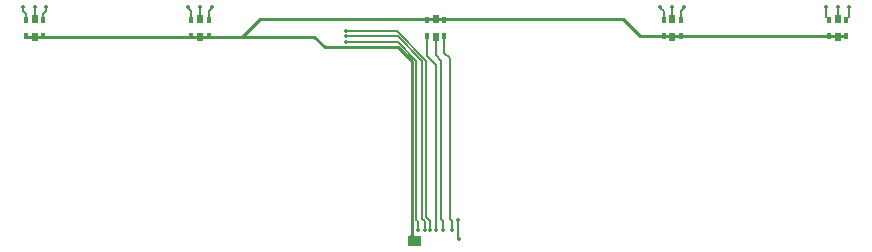
<source format=gtl>
%FSTAX23Y23*%
%MOIN*%
%SFA1B1*%

%IPPOS*%
%ADD11C,0.010000*%
%ADD12R,0.019680X0.027560*%
%ADD13R,0.015750X0.021650*%
%ADD17C,0.006000*%
%ADD18C,0.014000*%
%LNgel_flex-1*%
%LPD*%
G36*
X00022Y00481D02*
X00022Y00479D01*
X00048*
X00047Y00446*
X00007*
X00005Y00448*
Y00479*
X00012*
X00012Y00482*
X00022*
Y00481*
G37*
G54D11*
X-01268Y01142D02*
X-00717D01*
X-00548D02*
X-00307D01*
X-00273Y01109D02*
X-0003D01*
X-00307Y01142D02*
X-00273Y01109D01*
X-00688Y01142D02*
X-0066D01*
X-00548*
X-00717D02*
X-00688D01*
X-00548D02*
X-00489Y01201D01*
X00069D02*
X00098D01*
X00126*
X-00489D02*
X00069D01*
X00126D02*
X00722D01*
X00857Y01145D02*
X00885D01*
X00914*
X01408*
X00778D02*
X00857D01*
X00722Y01201D02*
X00778Y01145D01*
X01408D02*
X01437D01*
X01465*
X-0003Y01109D02*
X00017Y01061D01*
Y0047D02*
Y01061D01*
G54D12*
X-0124Y01142D03*
Y01201D03*
X-00688Y01142D03*
Y01201D03*
X00098D03*
Y01142D03*
X00885D03*
Y01201D03*
X01437Y01142D03*
Y01201D03*
G54D13*
X-01211Y01145D03*
Y01198D03*
X-01268Y01145D03*
Y01198D03*
X-0066Y01145D03*
Y01198D03*
X-00717Y01145D03*
Y01198D03*
X00069D03*
Y01145D03*
X00126Y01198D03*
Y01145D03*
X00914D03*
Y01198D03*
X00857Y01145D03*
Y01198D03*
X01465Y01145D03*
Y01198D03*
X01408Y01145D03*
Y01198D03*
G54D17*
X00069Y01079D02*
Y01145D01*
Y01079D02*
X00099Y01049D01*
Y005D02*
Y01049D01*
X00098Y01081D02*
X00115Y01064D01*
X00098Y01081D02*
Y01142D01*
X00115Y00537D02*
Y01064D01*
X00126Y01089D02*
X00144Y01071D01*
X00126Y01089D02*
Y01145D01*
X-0066Y01198D02*
Y01228D01*
X-0065Y01238*
Y01241*
X-00727Y01239D02*
X-00717Y01228D01*
Y01198D02*
Y01228D01*
X-00727Y01239D02*
Y01241D01*
X01475Y01209D02*
Y01241D01*
X01398Y01209D02*
Y01241D01*
X01437Y01209D02*
Y01241D01*
X00885Y01201D02*
Y01241D01*
Y01201D02*
D01*
X00857Y01198D02*
Y01228D01*
X00846Y01239D02*
X00857Y01228D01*
X00846Y01239D02*
Y01241D01*
X00914Y01228D02*
X00924Y01239D01*
X00914Y01198D02*
Y01228D01*
X00924Y01239D02*
Y01241D01*
X-01211Y01198D02*
Y01219D01*
X-01201Y01229D02*
Y01241D01*
X-01211Y01219D02*
X-01201Y01229D01*
X-01268Y01198D02*
Y01219D01*
X-01279Y01229D02*
X-01268Y01219D01*
X00033Y00534D02*
Y01063D01*
X-00029Y01127D02*
X00033Y01063D01*
X-00202Y01127D02*
X-00029D01*
X-00033Y01164D02*
X00066Y01063D01*
X-00202Y01164D02*
X-00033D01*
X00066Y00542D02*
Y01063D01*
X-00202Y01145D02*
X-0003D01*
X00039Y005D02*
Y00528D01*
X00033Y00534D02*
X00039Y00528D01*
X00173Y00469D02*
Y00534D01*
Y00469D02*
X00174Y00468D01*
X0015Y005D02*
Y00529D01*
X00144Y00535D02*
X0015Y00529D01*
X00144Y00535D02*
Y01071D01*
X00078Y005D02*
Y0053D01*
X00066Y00542D02*
X00078Y0053D01*
X00122Y005D02*
Y0053D01*
X00115Y00537D02*
X00122Y0053D01*
X0006Y005D02*
Y00529D01*
X00051Y00537D02*
X0006Y00529D01*
X00051Y00537D02*
Y01064D01*
X-0003Y01145D02*
X00051Y01064D01*
X-00688Y01201D02*
Y01244D01*
X-0124Y01201D02*
Y01241D01*
X-01279D02*
X-01279Y0124D01*
Y01229D02*
Y0124D01*
X-00727Y01241D02*
Y01242D01*
X-00688Y01244D02*
D01*
G54D18*
X00173Y00534D03*
X00078Y005D03*
X0006Y005D03*
X00017Y0047D03*
Y00455D03*
X-00202Y01145D03*
Y01164D03*
Y01127D03*
X01475Y01241D03*
X01437D03*
X01398D03*
X00924D03*
X00885D03*
X00846D03*
X-01279D03*
X-01201D03*
X-0124D03*
X-0065D03*
X-00727D03*
X-00688D03*
X00099Y005D03*
X00039D03*
X00174Y00468D03*
X00122Y005D03*
X0015D03*
M02*
</source>
